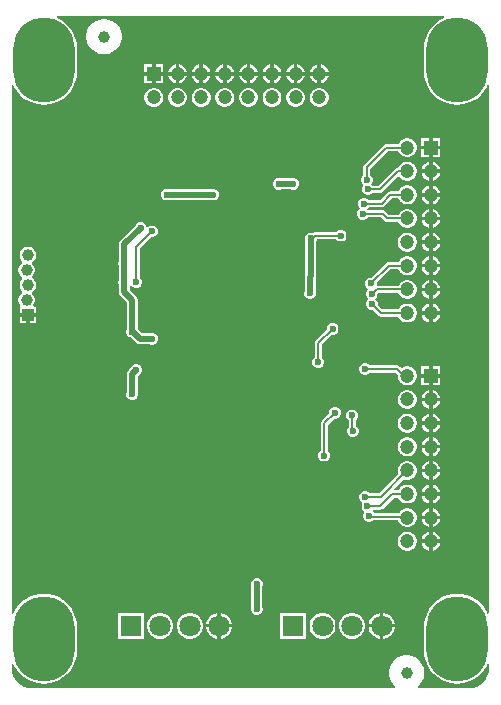
<source format=gbl>
G04*
G04 #@! TF.GenerationSoftware,Altium Limited,Altium Designer,21.8.1 (53)*
G04*
G04 Layer_Physical_Order=2*
G04 Layer_Color=16711680*
%FSLAX44Y44*%
%MOMM*%
G71*
G04*
G04 #@! TF.SameCoordinates,996D42DF-EE5A-41D5-9054-6BF74EEE028F*
G04*
G04*
G04 #@! TF.FilePolarity,Positive*
G04*
G01*
G75*
%ADD11C,0.2000*%
%ADD50R,1.0000X1.0000*%
%ADD59C,0.5000*%
%ADD62C,0.6000*%
%ADD63C,1.0000*%
%ADD64O,5.2000X7.2000*%
%ADD65C,1.2000*%
%ADD66R,1.2000X1.2000*%
%ADD67C,1.8000*%
%ADD68R,1.8000X1.8000*%
%ADD69R,1.2000X1.2000*%
G36*
X338808Y515671D02*
X337249Y515025D01*
X333491Y512723D01*
X330140Y509860D01*
X327277Y506509D01*
X324975Y502751D01*
X323288Y498679D01*
X322259Y494394D01*
X321913Y490000D01*
Y470000D01*
X322259Y465606D01*
X323288Y461321D01*
X324975Y457249D01*
X327277Y453491D01*
X330140Y450140D01*
X333491Y447277D01*
X337249Y444975D01*
X341321Y443288D01*
X345606Y442259D01*
X350000Y441913D01*
X354394Y442259D01*
X358679Y443288D01*
X362751Y444975D01*
X366509Y447277D01*
X369860Y450140D01*
X372723Y453491D01*
X375025Y457249D01*
X375671Y458808D01*
X376941Y458556D01*
Y11444D01*
X375671Y11192D01*
X375025Y12751D01*
X372723Y16509D01*
X369860Y19860D01*
X366509Y22722D01*
X362751Y25025D01*
X358679Y26712D01*
X354394Y27741D01*
X350000Y28087D01*
X345606Y27741D01*
X341321Y26712D01*
X337249Y25025D01*
X333491Y22722D01*
X330140Y19860D01*
X327277Y16509D01*
X324975Y12751D01*
X323288Y8679D01*
X322259Y4394D01*
X321913Y0D01*
Y-20000D01*
X322259Y-24394D01*
X323288Y-28679D01*
X324975Y-32751D01*
X327277Y-36509D01*
X330140Y-39860D01*
X333491Y-42723D01*
X337249Y-45025D01*
X341321Y-46712D01*
X345606Y-47741D01*
X350000Y-48087D01*
X354394Y-47741D01*
X358679Y-46712D01*
X362751Y-45025D01*
X366509Y-42723D01*
X369860Y-39860D01*
X372723Y-36509D01*
X375025Y-32751D01*
X375671Y-31192D01*
X376941Y-31444D01*
Y-33738D01*
X376941Y-35000D01*
X376834Y-36226D01*
X376629Y-38308D01*
X375664Y-41488D01*
X374097Y-44419D01*
X371989Y-46989D01*
X369420Y-49097D01*
X366488Y-50664D01*
X363308Y-51629D01*
X360045Y-51950D01*
X360000Y-51941D01*
X317069D01*
X316700Y-50726D01*
X316812Y-50651D01*
X318901Y-48562D01*
X320543Y-46105D01*
X321674Y-43375D01*
X322250Y-40477D01*
Y-37523D01*
X321674Y-34625D01*
X320543Y-31895D01*
X318901Y-29438D01*
X316812Y-27349D01*
X314355Y-25707D01*
X311625Y-24576D01*
X308727Y-24000D01*
X305773D01*
X302875Y-24576D01*
X300145Y-25707D01*
X297688Y-27349D01*
X295599Y-29438D01*
X293957Y-31895D01*
X292826Y-34625D01*
X292250Y-37523D01*
Y-40477D01*
X292826Y-43375D01*
X293957Y-46105D01*
X295599Y-48562D01*
X297688Y-50651D01*
X297800Y-50726D01*
X297431Y-51941D01*
X-8735D01*
X-8752Y-51941D01*
X-10000Y-51941D01*
X-11226Y-51834D01*
X-13308Y-51629D01*
X-16488Y-50664D01*
X-19419Y-49097D01*
X-21989Y-46989D01*
X-24097Y-44419D01*
X-25664Y-41488D01*
X-26629Y-38308D01*
X-26950Y-35045D01*
X-26941Y-35000D01*
Y-31444D01*
X-25671Y-31192D01*
X-25025Y-32751D01*
X-22722Y-36509D01*
X-19860Y-39860D01*
X-16509Y-42723D01*
X-12751Y-45025D01*
X-8679Y-46712D01*
X-4394Y-47741D01*
X0Y-48087D01*
X4394Y-47741D01*
X8679Y-46712D01*
X12751Y-45025D01*
X16509Y-42723D01*
X19860Y-39860D01*
X22722Y-36509D01*
X25025Y-32751D01*
X26712Y-28679D01*
X27741Y-24394D01*
X28087Y-20000D01*
Y0D01*
X27741Y4394D01*
X26712Y8679D01*
X25025Y12751D01*
X22722Y16509D01*
X19860Y19860D01*
X16509Y22722D01*
X12751Y25025D01*
X8679Y26712D01*
X4394Y27741D01*
X0Y28087D01*
X-4394Y27741D01*
X-8679Y26712D01*
X-12751Y25025D01*
X-16509Y22722D01*
X-19860Y19860D01*
X-22722Y16509D01*
X-25025Y12751D01*
X-25671Y11192D01*
X-26941Y11444D01*
X-26941Y458556D01*
X-25671Y458808D01*
X-25025Y457249D01*
X-22722Y453491D01*
X-19860Y450140D01*
X-16509Y447277D01*
X-12751Y444975D01*
X-8679Y443288D01*
X-4394Y442259D01*
X0Y441913D01*
X4394Y442259D01*
X8679Y443288D01*
X12751Y444975D01*
X16509Y447277D01*
X19860Y450140D01*
X22722Y453491D01*
X25025Y457249D01*
X26712Y461321D01*
X27741Y465606D01*
X28087Y470000D01*
Y490000D01*
X27741Y494394D01*
X26712Y498679D01*
X25025Y502751D01*
X22722Y506509D01*
X19860Y509860D01*
X16509Y512723D01*
X12751Y515025D01*
X11192Y515671D01*
X11444Y516941D01*
X338556D01*
X338808Y515671D01*
D02*
G37*
%LPC*%
G36*
X52477Y514750D02*
X49523D01*
X46625Y514174D01*
X43895Y513043D01*
X41438Y511401D01*
X39349Y509312D01*
X37707Y506855D01*
X36576Y504125D01*
X36000Y501227D01*
Y498273D01*
X36576Y495375D01*
X37707Y492645D01*
X39349Y490188D01*
X41438Y488099D01*
X43895Y486457D01*
X46625Y485326D01*
X49523Y484750D01*
X52477D01*
X55375Y485326D01*
X58105Y486457D01*
X60562Y488099D01*
X62651Y490188D01*
X64293Y492645D01*
X65423Y495375D01*
X66000Y498273D01*
Y501227D01*
X65423Y504125D01*
X64293Y506855D01*
X62651Y509312D01*
X60562Y511401D01*
X58105Y513043D01*
X55375Y514174D01*
X52477Y514750D01*
D02*
G37*
G36*
X234750Y476130D02*
Y469750D01*
X241130D01*
X240705Y471338D01*
X239652Y473162D01*
X238162Y474652D01*
X236338Y475705D01*
X234750Y476130D01*
D02*
G37*
G36*
X231750D02*
X230162Y475705D01*
X228338Y474652D01*
X226848Y473162D01*
X225795Y471338D01*
X225370Y469750D01*
X231750D01*
Y476130D01*
D02*
G37*
G36*
X214750D02*
Y469750D01*
X221130D01*
X220705Y471338D01*
X219652Y473162D01*
X218162Y474652D01*
X216338Y475705D01*
X214750Y476130D01*
D02*
G37*
G36*
X211750D02*
X210162Y475705D01*
X208338Y474652D01*
X206848Y473162D01*
X205795Y471338D01*
X205370Y469750D01*
X211750D01*
Y476130D01*
D02*
G37*
G36*
X194750D02*
Y469750D01*
X201130D01*
X200705Y471338D01*
X199652Y473162D01*
X198162Y474652D01*
X196338Y475705D01*
X194750Y476130D01*
D02*
G37*
G36*
X191750D02*
X190162Y475705D01*
X188338Y474652D01*
X186848Y473162D01*
X185795Y471338D01*
X185370Y469750D01*
X191750D01*
Y476130D01*
D02*
G37*
G36*
X174750D02*
Y469750D01*
X181130D01*
X180705Y471338D01*
X179652Y473162D01*
X178162Y474652D01*
X176338Y475705D01*
X174750Y476130D01*
D02*
G37*
G36*
X171750D02*
X170162Y475705D01*
X168338Y474652D01*
X166848Y473162D01*
X165795Y471338D01*
X165370Y469750D01*
X171750D01*
Y476130D01*
D02*
G37*
G36*
X154750D02*
Y469750D01*
X161130D01*
X160705Y471338D01*
X159652Y473162D01*
X158162Y474652D01*
X156338Y475705D01*
X154750Y476130D01*
D02*
G37*
G36*
X151750D02*
X150162Y475705D01*
X148338Y474652D01*
X146848Y473162D01*
X145795Y471338D01*
X145370Y469750D01*
X151750D01*
Y476130D01*
D02*
G37*
G36*
X134750D02*
Y469750D01*
X141130D01*
X140705Y471338D01*
X139652Y473162D01*
X138162Y474652D01*
X136338Y475705D01*
X134750Y476130D01*
D02*
G37*
G36*
X131750D02*
X130162Y475705D01*
X128338Y474652D01*
X126848Y473162D01*
X125795Y471338D01*
X125370Y469750D01*
X131750D01*
Y476130D01*
D02*
G37*
G36*
X114750D02*
Y469750D01*
X121130D01*
X120705Y471338D01*
X119652Y473162D01*
X118162Y474652D01*
X116338Y475705D01*
X114750Y476130D01*
D02*
G37*
G36*
X111750D02*
X110162Y475705D01*
X108338Y474652D01*
X106848Y473162D01*
X105795Y471338D01*
X105370Y469750D01*
X111750D01*
Y476130D01*
D02*
G37*
G36*
X101250Y476250D02*
X94750D01*
Y469750D01*
X101250D01*
Y476250D01*
D02*
G37*
G36*
X91750D02*
X85250D01*
Y469750D01*
X91750D01*
Y476250D01*
D02*
G37*
G36*
X241130Y466750D02*
X234750D01*
Y460370D01*
X236338Y460795D01*
X238162Y461848D01*
X239652Y463338D01*
X240705Y465162D01*
X241130Y466750D01*
D02*
G37*
G36*
X231750D02*
X225370D01*
X225795Y465162D01*
X226848Y463338D01*
X228338Y461848D01*
X230162Y460795D01*
X231750Y460370D01*
Y466750D01*
D02*
G37*
G36*
X221130D02*
X214750D01*
Y460370D01*
X216338Y460795D01*
X218162Y461848D01*
X219652Y463338D01*
X220705Y465162D01*
X221130Y466750D01*
D02*
G37*
G36*
X211750D02*
X205370D01*
X205795Y465162D01*
X206848Y463338D01*
X208338Y461848D01*
X210162Y460795D01*
X211750Y460370D01*
Y466750D01*
D02*
G37*
G36*
X201130D02*
X194750D01*
Y460370D01*
X196338Y460795D01*
X198162Y461848D01*
X199652Y463338D01*
X200705Y465162D01*
X201130Y466750D01*
D02*
G37*
G36*
X191750D02*
X185370D01*
X185795Y465162D01*
X186848Y463338D01*
X188338Y461848D01*
X190162Y460795D01*
X191750Y460370D01*
Y466750D01*
D02*
G37*
G36*
X181130D02*
X174750D01*
Y460370D01*
X176338Y460795D01*
X178162Y461848D01*
X179652Y463338D01*
X180705Y465162D01*
X181130Y466750D01*
D02*
G37*
G36*
X171750D02*
X165370D01*
X165795Y465162D01*
X166848Y463338D01*
X168338Y461848D01*
X170162Y460795D01*
X171750Y460370D01*
Y466750D01*
D02*
G37*
G36*
X161130D02*
X154750D01*
Y460370D01*
X156338Y460795D01*
X158162Y461848D01*
X159652Y463338D01*
X160705Y465162D01*
X161130Y466750D01*
D02*
G37*
G36*
X151750D02*
X145370D01*
X145795Y465162D01*
X146848Y463338D01*
X148338Y461848D01*
X150162Y460795D01*
X151750Y460370D01*
Y466750D01*
D02*
G37*
G36*
X141130D02*
X134750D01*
Y460370D01*
X136338Y460795D01*
X138162Y461848D01*
X139652Y463338D01*
X140705Y465162D01*
X141130Y466750D01*
D02*
G37*
G36*
X131750D02*
X125370D01*
X125795Y465162D01*
X126848Y463338D01*
X128338Y461848D01*
X130162Y460795D01*
X131750Y460370D01*
Y466750D01*
D02*
G37*
G36*
X121130D02*
X114750D01*
Y460370D01*
X116338Y460795D01*
X118162Y461848D01*
X119652Y463338D01*
X120705Y465162D01*
X121130Y466750D01*
D02*
G37*
G36*
X111750D02*
X105370D01*
X105795Y465162D01*
X106848Y463338D01*
X108338Y461848D01*
X110162Y460795D01*
X111750Y460370D01*
Y466750D01*
D02*
G37*
G36*
X101250D02*
X94750D01*
Y460250D01*
X101250D01*
Y466750D01*
D02*
G37*
G36*
X91750D02*
X85250D01*
Y460250D01*
X91750D01*
Y466750D01*
D02*
G37*
G36*
X234303Y456250D02*
X232197D01*
X230162Y455705D01*
X228338Y454652D01*
X226848Y453162D01*
X225795Y451338D01*
X225250Y449303D01*
Y447197D01*
X225795Y445162D01*
X226848Y443338D01*
X228338Y441848D01*
X230162Y440795D01*
X232197Y440250D01*
X234303D01*
X236338Y440795D01*
X238162Y441848D01*
X239652Y443338D01*
X240705Y445162D01*
X241250Y447197D01*
Y449303D01*
X240705Y451338D01*
X239652Y453162D01*
X238162Y454652D01*
X236338Y455705D01*
X234303Y456250D01*
D02*
G37*
G36*
X214303D02*
X212197D01*
X210162Y455705D01*
X208338Y454652D01*
X206848Y453162D01*
X205795Y451338D01*
X205250Y449303D01*
Y447197D01*
X205795Y445162D01*
X206848Y443338D01*
X208338Y441848D01*
X210162Y440795D01*
X212197Y440250D01*
X214303D01*
X216338Y440795D01*
X218162Y441848D01*
X219652Y443338D01*
X220705Y445162D01*
X221250Y447197D01*
Y449303D01*
X220705Y451338D01*
X219652Y453162D01*
X218162Y454652D01*
X216338Y455705D01*
X214303Y456250D01*
D02*
G37*
G36*
X194303D02*
X192197D01*
X190162Y455705D01*
X188338Y454652D01*
X186848Y453162D01*
X185795Y451338D01*
X185250Y449303D01*
Y447197D01*
X185795Y445162D01*
X186848Y443338D01*
X188338Y441848D01*
X190162Y440795D01*
X192197Y440250D01*
X194303D01*
X196338Y440795D01*
X198162Y441848D01*
X199652Y443338D01*
X200705Y445162D01*
X201250Y447197D01*
Y449303D01*
X200705Y451338D01*
X199652Y453162D01*
X198162Y454652D01*
X196338Y455705D01*
X194303Y456250D01*
D02*
G37*
G36*
X174303D02*
X172197D01*
X170162Y455705D01*
X168338Y454652D01*
X166848Y453162D01*
X165795Y451338D01*
X165250Y449303D01*
Y447197D01*
X165795Y445162D01*
X166848Y443338D01*
X168338Y441848D01*
X170162Y440795D01*
X172197Y440250D01*
X174303D01*
X176338Y440795D01*
X178162Y441848D01*
X179652Y443338D01*
X180705Y445162D01*
X181250Y447197D01*
Y449303D01*
X180705Y451338D01*
X179652Y453162D01*
X178162Y454652D01*
X176338Y455705D01*
X174303Y456250D01*
D02*
G37*
G36*
X154303D02*
X152197D01*
X150162Y455705D01*
X148338Y454652D01*
X146848Y453162D01*
X145795Y451338D01*
X145250Y449303D01*
Y447197D01*
X145795Y445162D01*
X146848Y443338D01*
X148338Y441848D01*
X150162Y440795D01*
X152197Y440250D01*
X154303D01*
X156338Y440795D01*
X158162Y441848D01*
X159652Y443338D01*
X160705Y445162D01*
X161250Y447197D01*
Y449303D01*
X160705Y451338D01*
X159652Y453162D01*
X158162Y454652D01*
X156338Y455705D01*
X154303Y456250D01*
D02*
G37*
G36*
X134303D02*
X132197D01*
X130162Y455705D01*
X128338Y454652D01*
X126848Y453162D01*
X125795Y451338D01*
X125250Y449303D01*
Y447197D01*
X125795Y445162D01*
X126848Y443338D01*
X128338Y441848D01*
X130162Y440795D01*
X132197Y440250D01*
X134303D01*
X136338Y440795D01*
X138162Y441848D01*
X139652Y443338D01*
X140705Y445162D01*
X141250Y447197D01*
Y449303D01*
X140705Y451338D01*
X139652Y453162D01*
X138162Y454652D01*
X136338Y455705D01*
X134303Y456250D01*
D02*
G37*
G36*
X114303D02*
X112197D01*
X110162Y455705D01*
X108338Y454652D01*
X106848Y453162D01*
X105795Y451338D01*
X105250Y449303D01*
Y447197D01*
X105795Y445162D01*
X106848Y443338D01*
X108338Y441848D01*
X110162Y440795D01*
X112197Y440250D01*
X114303D01*
X116338Y440795D01*
X118162Y441848D01*
X119652Y443338D01*
X120705Y445162D01*
X121250Y447197D01*
Y449303D01*
X120705Y451338D01*
X119652Y453162D01*
X118162Y454652D01*
X116338Y455705D01*
X114303Y456250D01*
D02*
G37*
G36*
X94303D02*
X92197D01*
X90162Y455705D01*
X88338Y454652D01*
X86848Y453162D01*
X85795Y451338D01*
X85250Y449303D01*
Y447197D01*
X85795Y445162D01*
X86848Y443338D01*
X88338Y441848D01*
X90162Y440795D01*
X92197Y440250D01*
X94303D01*
X96338Y440795D01*
X98162Y441848D01*
X99652Y443338D01*
X100705Y445162D01*
X101250Y447197D01*
Y449303D01*
X100705Y451338D01*
X99652Y453162D01*
X98162Y454652D01*
X96338Y455705D01*
X94303Y456250D01*
D02*
G37*
G36*
X335750Y413750D02*
X329250D01*
Y407250D01*
X335750D01*
Y413750D01*
D02*
G37*
G36*
X326250D02*
X319750D01*
Y407250D01*
X326250D01*
Y413750D01*
D02*
G37*
G36*
X335750Y404250D02*
X329250D01*
Y397750D01*
X335750D01*
Y404250D01*
D02*
G37*
G36*
X326250D02*
X319750D01*
Y397750D01*
X326250D01*
Y404250D01*
D02*
G37*
G36*
X308803Y413750D02*
X306697D01*
X304662Y413205D01*
X302838Y412151D01*
X301348Y410662D01*
X300295Y408838D01*
X300271Y408748D01*
X289940D01*
X288769Y408516D01*
X287777Y407853D01*
X271244Y391320D01*
X270581Y390327D01*
X270348Y389157D01*
X270348Y389157D01*
Y382437D01*
X269168Y381257D01*
X268407Y379420D01*
Y377430D01*
X269168Y375593D01*
X270575Y374186D01*
X270123Y372999D01*
X269500Y371495D01*
Y369505D01*
X270261Y367668D01*
X271668Y366261D01*
X273505Y365500D01*
X275495D01*
X277332Y366261D01*
X278512Y367441D01*
X284500D01*
X284500Y367441D01*
X285671Y367674D01*
X286663Y368337D01*
X299811Y381485D01*
X301070Y381320D01*
X301348Y380838D01*
X302838Y379348D01*
X304662Y378295D01*
X306697Y377750D01*
X308803D01*
X310838Y378295D01*
X312662Y379348D01*
X314152Y380838D01*
X315205Y382662D01*
X315750Y384697D01*
Y386803D01*
X315205Y388838D01*
X314152Y390662D01*
X312662Y392151D01*
X310838Y393205D01*
X308803Y393750D01*
X306697D01*
X304662Y393205D01*
X302838Y392151D01*
X301348Y390662D01*
X300295Y388838D01*
X300287Y388809D01*
X299750D01*
X298579Y388576D01*
X297587Y387913D01*
X283233Y373559D01*
X278512D01*
X277332Y374739D01*
X277784Y375926D01*
X278407Y377430D01*
Y379420D01*
X277646Y381257D01*
X276466Y382437D01*
Y387890D01*
X291207Y402631D01*
X300313D01*
X301348Y400838D01*
X302838Y399348D01*
X304662Y398295D01*
X306697Y397750D01*
X308803D01*
X310838Y398295D01*
X312662Y399348D01*
X314152Y400838D01*
X315205Y402662D01*
X315750Y404697D01*
Y406803D01*
X315205Y408838D01*
X314152Y410662D01*
X312662Y412151D01*
X310838Y413205D01*
X308803Y413750D01*
D02*
G37*
G36*
X329250Y393630D02*
Y387250D01*
X335630D01*
X335205Y388838D01*
X334152Y390662D01*
X332662Y392151D01*
X330838Y393205D01*
X329250Y393630D01*
D02*
G37*
G36*
X326250Y393630D02*
X324662Y393205D01*
X322838Y392151D01*
X321348Y390662D01*
X320295Y388838D01*
X319870Y387250D01*
X326250D01*
Y393630D01*
D02*
G37*
G36*
X212245Y380250D02*
X210255D01*
X208959Y379713D01*
X200437D01*
X199745Y380000D01*
X197755D01*
X195918Y379239D01*
X194511Y377832D01*
X193750Y375995D01*
Y374005D01*
X194511Y372168D01*
X195918Y370761D01*
X197755Y370000D01*
X199745D01*
X201041Y370537D01*
X209563D01*
X210255Y370250D01*
X212245D01*
X214082Y371011D01*
X215489Y372418D01*
X216250Y374255D01*
Y376245D01*
X215489Y378082D01*
X214082Y379489D01*
X212245Y380250D01*
D02*
G37*
G36*
X335630Y384250D02*
X329250D01*
Y377870D01*
X330838Y378295D01*
X332662Y379348D01*
X334152Y380838D01*
X335205Y382662D01*
X335630Y384250D01*
D02*
G37*
G36*
X326250D02*
X319870D01*
X320295Y382662D01*
X321348Y380838D01*
X322838Y379348D01*
X324662Y378295D01*
X326250Y377870D01*
Y384250D01*
D02*
G37*
G36*
X143995Y371000D02*
X142005D01*
X141011Y370588D01*
X105989D01*
X104995Y371000D01*
X103005D01*
X101168Y370239D01*
X99761Y368832D01*
X99000Y366995D01*
Y365005D01*
X99761Y363168D01*
X101168Y361761D01*
X103005Y361000D01*
X104995D01*
X105989Y361412D01*
X141011D01*
X142005Y361000D01*
X143995D01*
X145832Y361761D01*
X147239Y363168D01*
X148000Y365005D01*
Y366995D01*
X147239Y368832D01*
X145832Y370239D01*
X143995Y371000D01*
D02*
G37*
G36*
X329250Y373630D02*
Y367250D01*
X335630D01*
X335205Y368838D01*
X334152Y370662D01*
X332662Y372151D01*
X330838Y373205D01*
X329250Y373630D01*
D02*
G37*
G36*
X326250Y373630D02*
X324662Y373205D01*
X322838Y372151D01*
X321348Y370662D01*
X320295Y368838D01*
X319870Y367250D01*
X326250D01*
Y373630D01*
D02*
G37*
G36*
X308803Y373750D02*
X306697D01*
X304662Y373205D01*
X302838Y372151D01*
X301348Y370662D01*
X300295Y368838D01*
X300287Y368809D01*
X293500D01*
X292329Y368576D01*
X291337Y367913D01*
X284733Y361309D01*
X275012D01*
X273832Y362489D01*
X271995Y363250D01*
X270005D01*
X268168Y362489D01*
X266761Y361082D01*
X266000Y359245D01*
Y357255D01*
X266761Y355418D01*
X267421Y354758D01*
X267268Y353989D01*
X265861Y352582D01*
X265100Y350745D01*
Y348755D01*
X265861Y346918D01*
X267268Y345511D01*
X269105Y344750D01*
X271095D01*
X272932Y345511D01*
X274112Y346691D01*
X285604D01*
X288708Y343587D01*
X288708Y343587D01*
X289700Y342924D01*
X290871Y342691D01*
X300287D01*
X300295Y342662D01*
X301348Y340838D01*
X302838Y339348D01*
X304662Y338295D01*
X306697Y337750D01*
X308803D01*
X310838Y338295D01*
X312662Y339348D01*
X314152Y340838D01*
X315205Y342662D01*
X315750Y344697D01*
Y346803D01*
X315205Y348838D01*
X314152Y350662D01*
X312662Y352151D01*
X310838Y353205D01*
X308803Y353750D01*
X306697D01*
X304662Y353205D01*
X302838Y352151D01*
X301348Y350662D01*
X300295Y348838D01*
X300287Y348809D01*
X292138D01*
X289034Y351913D01*
X288041Y352576D01*
X286871Y352809D01*
X286871Y352809D01*
X274801D01*
X273822Y353958D01*
X273832Y354011D01*
X275012Y355191D01*
X286000D01*
X286000Y355191D01*
X287170Y355424D01*
X288163Y356087D01*
X294767Y362691D01*
X300287D01*
X300295Y362662D01*
X301348Y360838D01*
X302838Y359348D01*
X304662Y358295D01*
X306697Y357750D01*
X308803D01*
X310838Y358295D01*
X312662Y359348D01*
X314152Y360838D01*
X315205Y362662D01*
X315750Y364697D01*
Y366803D01*
X315205Y368838D01*
X314152Y370662D01*
X312662Y372151D01*
X310838Y373205D01*
X308803Y373750D01*
D02*
G37*
G36*
X335630Y364250D02*
X329250D01*
Y357870D01*
X330838Y358295D01*
X332662Y359348D01*
X334152Y360838D01*
X335205Y362662D01*
X335630Y364250D01*
D02*
G37*
G36*
X326250D02*
X319870D01*
X320295Y362662D01*
X321348Y360838D01*
X322838Y359348D01*
X324662Y358295D01*
X326250Y357870D01*
Y364250D01*
D02*
G37*
G36*
X329250Y353630D02*
Y347250D01*
X335630D01*
X335205Y348838D01*
X334152Y350662D01*
X332662Y352151D01*
X330838Y353205D01*
X329250Y353630D01*
D02*
G37*
G36*
X326250D02*
X324662Y353205D01*
X322838Y352151D01*
X321348Y350662D01*
X320295Y348838D01*
X319870Y347250D01*
X326250D01*
Y353630D01*
D02*
G37*
G36*
X335630Y344250D02*
X329250D01*
Y337870D01*
X330838Y338295D01*
X332662Y339348D01*
X334152Y340838D01*
X335205Y342662D01*
X335630Y344250D01*
D02*
G37*
G36*
X326250D02*
X319870D01*
X320295Y342662D01*
X321348Y340838D01*
X322838Y339348D01*
X324662Y338295D01*
X326250Y337870D01*
Y344250D01*
D02*
G37*
G36*
X252237Y336257D02*
X250248D01*
X248410Y335496D01*
X247230Y334316D01*
X229698D01*
X229698Y334316D01*
X228527Y334083D01*
X227767Y333575D01*
X227174Y333821D01*
X225184D01*
X223347Y333060D01*
X221940Y331653D01*
X221179Y329816D01*
Y327826D01*
X221591Y326832D01*
Y298805D01*
X221261Y298312D01*
X220912Y296556D01*
Y284239D01*
X220500Y283245D01*
Y281255D01*
X221261Y279418D01*
X222668Y278011D01*
X224505Y277250D01*
X226495D01*
X228332Y278011D01*
X229739Y279418D01*
X230500Y281255D01*
Y283245D01*
X230088Y284239D01*
Y294986D01*
X230418Y295479D01*
X230767Y297235D01*
Y326832D01*
X231179Y327826D01*
Y328199D01*
X247230D01*
X248410Y327019D01*
X250248Y326257D01*
X252237D01*
X254075Y327019D01*
X255481Y328425D01*
X256243Y330263D01*
Y332252D01*
X255481Y334090D01*
X254075Y335496D01*
X252237Y336257D01*
D02*
G37*
G36*
X329250Y333630D02*
Y327250D01*
X335630D01*
X335205Y328838D01*
X334152Y330662D01*
X332662Y332152D01*
X330838Y333205D01*
X329250Y333630D01*
D02*
G37*
G36*
X326250Y333630D02*
X324662Y333205D01*
X322838Y332152D01*
X321348Y330662D01*
X320295Y328838D01*
X319870Y327250D01*
X326250D01*
Y333630D01*
D02*
G37*
G36*
X335630Y324250D02*
X329250D01*
Y317870D01*
X330838Y318295D01*
X332662Y319348D01*
X334152Y320838D01*
X335205Y322662D01*
X335630Y324250D01*
D02*
G37*
G36*
X326250D02*
X319870D01*
X320295Y322662D01*
X321348Y320838D01*
X322838Y319348D01*
X324662Y318295D01*
X326250Y317870D01*
Y324250D01*
D02*
G37*
G36*
X308803Y333750D02*
X306697D01*
X304662Y333205D01*
X302838Y332152D01*
X301348Y330662D01*
X300295Y328838D01*
X299750Y326803D01*
Y324697D01*
X300295Y322662D01*
X301348Y320838D01*
X302838Y319348D01*
X304662Y318295D01*
X306697Y317750D01*
X308803D01*
X310838Y318295D01*
X312662Y319348D01*
X314152Y320838D01*
X315205Y322662D01*
X315750Y324697D01*
Y326803D01*
X315205Y328838D01*
X314152Y330662D01*
X312662Y332152D01*
X310838Y333205D01*
X308803Y333750D01*
D02*
G37*
G36*
X329250Y313630D02*
Y307250D01*
X335630D01*
X335205Y308838D01*
X334152Y310662D01*
X332662Y312152D01*
X330838Y313205D01*
X329250Y313630D01*
D02*
G37*
G36*
X326250Y313630D02*
X324662Y313205D01*
X322838Y312152D01*
X321348Y310662D01*
X320295Y308838D01*
X319870Y307250D01*
X326250D01*
Y313630D01*
D02*
G37*
G36*
X335630Y304250D02*
X329250D01*
Y297870D01*
X330838Y298295D01*
X332662Y299348D01*
X334152Y300838D01*
X335205Y302662D01*
X335630Y304250D01*
D02*
G37*
G36*
X326250D02*
X319870D01*
X320295Y302662D01*
X321348Y300838D01*
X322838Y299348D01*
X324662Y298295D01*
X326250Y297870D01*
Y304250D01*
D02*
G37*
G36*
X308803Y313750D02*
X306697D01*
X304662Y313205D01*
X302838Y312152D01*
X301348Y310662D01*
X300295Y308838D01*
X300287Y308809D01*
X292250D01*
X291080Y308576D01*
X290087Y307913D01*
X290087Y307913D01*
X277924Y295750D01*
X276255D01*
X274418Y294989D01*
X273011Y293582D01*
X272250Y291745D01*
Y289755D01*
X273011Y287918D01*
X273974Y286955D01*
X274376Y286395D01*
X273992Y285313D01*
X273261Y284582D01*
X272500Y282745D01*
Y280755D01*
X273261Y278918D01*
X274668Y277511D01*
X274713Y277284D01*
X273511Y276082D01*
X272750Y274245D01*
Y272255D01*
X273511Y270418D01*
X274918Y269011D01*
X276755Y268250D01*
X278424D01*
X283087Y263587D01*
X284079Y262924D01*
X285250Y262691D01*
X285250Y262691D01*
X300287D01*
X300295Y262662D01*
X301348Y260838D01*
X302838Y259348D01*
X304662Y258295D01*
X306697Y257750D01*
X308803D01*
X310838Y258295D01*
X312662Y259348D01*
X314152Y260838D01*
X315205Y262662D01*
X315750Y264697D01*
Y266803D01*
X315205Y268838D01*
X314152Y270662D01*
X312662Y272152D01*
X310838Y273205D01*
X308803Y273750D01*
X306697D01*
X304662Y273205D01*
X302838Y272152D01*
X301348Y270662D01*
X300295Y268838D01*
X300287Y268809D01*
X286517D01*
X282750Y272576D01*
Y274245D01*
X281989Y276082D01*
X280582Y277489D01*
X280537Y277716D01*
X281739Y278918D01*
X282500Y280755D01*
Y281939D01*
X283252Y282691D01*
X300287D01*
X300295Y282662D01*
X301348Y280838D01*
X302838Y279348D01*
X304662Y278295D01*
X306697Y277750D01*
X308803D01*
X310838Y278295D01*
X312662Y279348D01*
X314152Y280838D01*
X315205Y282662D01*
X315750Y284697D01*
Y286803D01*
X315205Y288838D01*
X314152Y290662D01*
X312662Y292152D01*
X310838Y293205D01*
X308803Y293750D01*
X306697D01*
X304662Y293205D01*
X302838Y292152D01*
X301348Y290662D01*
X300295Y288838D01*
X300287Y288809D01*
X283232D01*
X282250Y289755D01*
Y291424D01*
X293517Y302691D01*
X300287D01*
X300295Y302662D01*
X301348Y300838D01*
X302838Y299348D01*
X304662Y298295D01*
X306697Y297750D01*
X308803D01*
X310838Y298295D01*
X312662Y299348D01*
X314152Y300838D01*
X315205Y302662D01*
X315750Y304697D01*
Y306803D01*
X315205Y308838D01*
X314152Y310662D01*
X312662Y312152D01*
X310838Y313205D01*
X308803Y313750D01*
D02*
G37*
G36*
X329250Y293630D02*
Y287250D01*
X335630D01*
X335205Y288838D01*
X334152Y290662D01*
X332662Y292152D01*
X330838Y293205D01*
X329250Y293630D01*
D02*
G37*
G36*
X326250Y293630D02*
X324662Y293205D01*
X322838Y292152D01*
X321348Y290662D01*
X320295Y288838D01*
X319870Y287250D01*
X326250D01*
Y293630D01*
D02*
G37*
G36*
X82995Y342500D02*
X81005D01*
X79168Y341739D01*
X77761Y340332D01*
X77349Y339338D01*
X65006Y326994D01*
X64011Y325506D01*
X63662Y323750D01*
Y309989D01*
X63250Y308995D01*
Y307006D01*
X63662Y306011D01*
Y293989D01*
X63250Y292995D01*
Y291005D01*
X63662Y290011D01*
Y283250D01*
X64011Y281494D01*
X65006Y280006D01*
X70412Y274599D01*
Y251989D01*
X70000Y250995D01*
Y249005D01*
X70761Y247168D01*
X72168Y245761D01*
X73624Y245158D01*
X78006Y240776D01*
X79494Y239782D01*
X81250Y239432D01*
X89711D01*
X90755Y239000D01*
X92745D01*
X94582Y239761D01*
X95989Y241168D01*
X96750Y243005D01*
Y244995D01*
X95989Y246832D01*
X94582Y248239D01*
X92745Y249000D01*
X90755D01*
X89811Y248609D01*
X83151D01*
X79588Y252171D01*
Y276500D01*
X79239Y278256D01*
X78244Y279744D01*
X72838Y285151D01*
Y288431D01*
X73661Y288772D01*
X74108Y288821D01*
X75418Y287511D01*
X77255Y286750D01*
X79245D01*
X81082Y287511D01*
X82489Y288918D01*
X83250Y290755D01*
Y292745D01*
X82489Y294582D01*
X81309Y295762D01*
Y319983D01*
X91076Y329750D01*
X92745D01*
X94582Y330511D01*
X95989Y331918D01*
X96750Y333755D01*
Y335745D01*
X95989Y337582D01*
X94582Y338989D01*
X92745Y339750D01*
X90755D01*
X88918Y338989D01*
X88270Y338341D01*
X87786Y338400D01*
X86891Y338758D01*
X86239Y340332D01*
X84832Y341739D01*
X82995Y342500D01*
D02*
G37*
G36*
X335630Y284250D02*
X329250D01*
Y277870D01*
X330838Y278295D01*
X332662Y279348D01*
X334152Y280838D01*
X335205Y282662D01*
X335630Y284250D01*
D02*
G37*
G36*
X326250D02*
X319870D01*
X320295Y282662D01*
X321348Y280838D01*
X322838Y279348D01*
X324662Y278295D01*
X326250Y277870D01*
Y284250D01*
D02*
G37*
G36*
X329250Y273630D02*
Y267250D01*
X335630D01*
X335205Y268838D01*
X334152Y270662D01*
X332662Y272152D01*
X330838Y273205D01*
X329250Y273630D01*
D02*
G37*
G36*
X326250D02*
X324662Y273205D01*
X322838Y272152D01*
X321348Y270662D01*
X320295Y268838D01*
X319870Y267250D01*
X326250D01*
Y273630D01*
D02*
G37*
G36*
X-12579Y321900D02*
X-14422D01*
X-16202Y321423D01*
X-17798Y320501D01*
X-19101Y319198D01*
X-20023Y317602D01*
X-20500Y315821D01*
Y313978D01*
X-20023Y312198D01*
X-19101Y310602D01*
X-18145Y309645D01*
X-18150Y308411D01*
X-18271Y308105D01*
X-18798Y307801D01*
X-20101Y306498D01*
X-21023Y304902D01*
X-21500Y303121D01*
Y301278D01*
X-21023Y299498D01*
X-20101Y297902D01*
X-18798Y296599D01*
X-18271Y296295D01*
X-18150Y295989D01*
X-18145Y294755D01*
X-19101Y293798D01*
X-20023Y292202D01*
X-20500Y290422D01*
Y288578D01*
X-20023Y286798D01*
X-19101Y285202D01*
X-18145Y284245D01*
X-18150Y283011D01*
X-18271Y282705D01*
X-18798Y282401D01*
X-20101Y281098D01*
X-21023Y279502D01*
X-21500Y277722D01*
Y275878D01*
X-21023Y274098D01*
X-20101Y272502D01*
X-19970Y272370D01*
X-20496Y271100D01*
X-20500D01*
Y265600D01*
X-13500D01*
X-6500D01*
Y271100D01*
X-8504D01*
X-9031Y272370D01*
X-8899Y272502D01*
X-7977Y274098D01*
X-7500Y275878D01*
Y277722D01*
X-7977Y279502D01*
X-8899Y281098D01*
X-9855Y282055D01*
X-9850Y283289D01*
X-9729Y283595D01*
X-9202Y283899D01*
X-7899Y285202D01*
X-6977Y286798D01*
X-6500Y288578D01*
Y290422D01*
X-6977Y292202D01*
X-7899Y293798D01*
X-9202Y295101D01*
X-9729Y295405D01*
X-9850Y295711D01*
X-9855Y296945D01*
X-8899Y297902D01*
X-7977Y299498D01*
X-7500Y301278D01*
Y303121D01*
X-7977Y304902D01*
X-8899Y306498D01*
X-9855Y307455D01*
X-9850Y308689D01*
X-9729Y308995D01*
X-9202Y309299D01*
X-7899Y310602D01*
X-6977Y312198D01*
X-6500Y313978D01*
Y315821D01*
X-6977Y317602D01*
X-7899Y319198D01*
X-9202Y320501D01*
X-10798Y321423D01*
X-12579Y321900D01*
D02*
G37*
G36*
X335630Y264250D02*
X329250D01*
Y257870D01*
X330838Y258295D01*
X332662Y259348D01*
X334152Y260838D01*
X335205Y262662D01*
X335630Y264250D01*
D02*
G37*
G36*
X326250D02*
X319870D01*
X320295Y262662D01*
X321348Y260838D01*
X322838Y259348D01*
X324662Y258295D01*
X326250Y257870D01*
Y264250D01*
D02*
G37*
G36*
X-6500Y262600D02*
X-12000D01*
Y257100D01*
X-6500D01*
Y262600D01*
D02*
G37*
G36*
X-15000D02*
X-20500D01*
Y257100D01*
X-15000D01*
Y262600D01*
D02*
G37*
G36*
X245495Y257500D02*
X243505D01*
X241668Y256739D01*
X240261Y255332D01*
X239500Y253494D01*
Y251826D01*
X230337Y242663D01*
X229674Y241670D01*
X229441Y240500D01*
X229441Y240500D01*
Y228012D01*
X228261Y226832D01*
X227500Y224995D01*
Y223006D01*
X228261Y221168D01*
X229668Y219761D01*
X231505Y219000D01*
X233495D01*
X235332Y219761D01*
X236739Y221168D01*
X237500Y223006D01*
Y224995D01*
X236739Y226832D01*
X235559Y228012D01*
Y239233D01*
X243826Y247500D01*
X245495D01*
X247332Y248261D01*
X248739Y249668D01*
X249500Y251505D01*
Y253494D01*
X248739Y255332D01*
X247332Y256739D01*
X245495Y257500D01*
D02*
G37*
G36*
X335750Y220500D02*
X329250D01*
Y214000D01*
X335750D01*
Y220500D01*
D02*
G37*
G36*
X326250D02*
X319750D01*
Y214000D01*
X326250D01*
Y220500D01*
D02*
G37*
G36*
X335750Y211000D02*
X329250D01*
Y204500D01*
X335750D01*
Y211000D01*
D02*
G37*
G36*
X326250D02*
X319750D01*
Y204500D01*
X326250D01*
Y211000D01*
D02*
G37*
G36*
X272995Y223250D02*
X271005D01*
X269168Y222489D01*
X267761Y221082D01*
X267000Y219245D01*
Y217255D01*
X267761Y215418D01*
X269168Y214011D01*
X271005Y213250D01*
X272995D01*
X274832Y214011D01*
X276012Y215191D01*
X298027D01*
X299750Y213468D01*
Y211447D01*
X300295Y209412D01*
X301348Y207588D01*
X302838Y206098D01*
X304662Y205045D01*
X306697Y204500D01*
X308803D01*
X310838Y205045D01*
X312662Y206098D01*
X314152Y207588D01*
X315205Y209412D01*
X315750Y211447D01*
Y213553D01*
X315205Y215588D01*
X314152Y217412D01*
X312662Y218902D01*
X310838Y219955D01*
X308803Y220500D01*
X306697D01*
X304662Y219955D01*
X302920Y218949D01*
X301457Y220413D01*
X300464Y221076D01*
X299294Y221309D01*
X299294Y221309D01*
X276012D01*
X274832Y222489D01*
X272995Y223250D01*
D02*
G37*
G36*
X329250Y200380D02*
Y194000D01*
X335630D01*
X335205Y195588D01*
X334152Y197412D01*
X332662Y198902D01*
X330838Y199955D01*
X329250Y200380D01*
D02*
G37*
G36*
X326250Y200380D02*
X324662Y199955D01*
X322838Y198902D01*
X321348Y197412D01*
X320295Y195588D01*
X319870Y194000D01*
X326250D01*
Y200380D01*
D02*
G37*
G36*
X79245Y222500D02*
X77255D01*
X75418Y221739D01*
X74011Y220332D01*
X73408Y218876D01*
X71756Y217224D01*
X70761Y215735D01*
X70412Y213979D01*
Y198989D01*
X70000Y197995D01*
Y196005D01*
X70761Y194168D01*
X72168Y192761D01*
X74005Y192000D01*
X75995D01*
X77832Y192761D01*
X79239Y194168D01*
X80000Y196005D01*
Y197995D01*
X79588Y198989D01*
Y212079D01*
X80550Y213041D01*
X81082Y213261D01*
X82489Y214668D01*
X83250Y216505D01*
Y218495D01*
X82489Y220332D01*
X81082Y221739D01*
X79245Y222500D01*
D02*
G37*
G36*
X335630Y191000D02*
X329250D01*
Y184620D01*
X330838Y185045D01*
X332662Y186098D01*
X334152Y187588D01*
X335205Y189412D01*
X335630Y191000D01*
D02*
G37*
G36*
X326250D02*
X319870D01*
X320295Y189412D01*
X321348Y187588D01*
X322838Y186098D01*
X324662Y185045D01*
X326250Y184620D01*
Y191000D01*
D02*
G37*
G36*
X308803Y200500D02*
X306697D01*
X304662Y199955D01*
X302838Y198902D01*
X301348Y197412D01*
X300295Y195588D01*
X299750Y193553D01*
Y191447D01*
X300295Y189412D01*
X301348Y187588D01*
X302838Y186098D01*
X304662Y185045D01*
X306697Y184500D01*
X308803D01*
X310838Y185045D01*
X312662Y186098D01*
X314152Y187588D01*
X315205Y189412D01*
X315750Y191447D01*
Y193553D01*
X315205Y195588D01*
X314152Y197412D01*
X312662Y198902D01*
X310838Y199955D01*
X308803Y200500D01*
D02*
G37*
G36*
X329250Y180380D02*
Y174000D01*
X335630D01*
X335205Y175588D01*
X334152Y177412D01*
X332662Y178902D01*
X330838Y179955D01*
X329250Y180380D01*
D02*
G37*
G36*
X326250Y180380D02*
X324662Y179955D01*
X322838Y178902D01*
X321348Y177412D01*
X320295Y175588D01*
X319870Y174000D01*
X326250D01*
Y180380D01*
D02*
G37*
G36*
X335630Y171000D02*
X329250D01*
Y164620D01*
X330838Y165045D01*
X332662Y166098D01*
X334152Y167588D01*
X335205Y169412D01*
X335630Y171000D01*
D02*
G37*
G36*
X326250D02*
X319870D01*
X320295Y169412D01*
X321348Y167588D01*
X322838Y166098D01*
X324662Y165045D01*
X326250Y164620D01*
Y171000D01*
D02*
G37*
G36*
X308803Y180500D02*
X306697D01*
X304662Y179955D01*
X302838Y178902D01*
X301348Y177412D01*
X300295Y175588D01*
X299750Y173553D01*
Y171447D01*
X300295Y169412D01*
X301348Y167588D01*
X302838Y166098D01*
X304662Y165045D01*
X306697Y164500D01*
X308803D01*
X310838Y165045D01*
X312662Y166098D01*
X314152Y167588D01*
X315205Y169412D01*
X315750Y171447D01*
Y173553D01*
X315205Y175588D01*
X314152Y177412D01*
X312662Y178902D01*
X310838Y179955D01*
X308803Y180500D01*
D02*
G37*
G36*
X261995Y184000D02*
X260005D01*
X258168Y183239D01*
X256761Y181832D01*
X256000Y179995D01*
Y178005D01*
X256761Y176168D01*
X258168Y174761D01*
X258191Y174751D01*
Y169512D01*
X257261Y168582D01*
X256500Y166745D01*
Y164755D01*
X257261Y162918D01*
X258668Y161511D01*
X260505Y160750D01*
X262495D01*
X264332Y161511D01*
X265739Y162918D01*
X266500Y164755D01*
Y166745D01*
X265739Y168582D01*
X264332Y169989D01*
X264309Y169998D01*
Y175238D01*
X265239Y176168D01*
X266000Y178005D01*
Y179995D01*
X265239Y181832D01*
X263832Y183239D01*
X261995Y184000D01*
D02*
G37*
G36*
X329250Y160380D02*
Y154000D01*
X335630D01*
X335205Y155588D01*
X334152Y157412D01*
X332662Y158902D01*
X330838Y159955D01*
X329250Y160380D01*
D02*
G37*
G36*
X326250Y160380D02*
X324662Y159955D01*
X322838Y158902D01*
X321348Y157412D01*
X320295Y155588D01*
X319870Y154000D01*
X326250D01*
Y160380D01*
D02*
G37*
G36*
X335630Y151000D02*
X329250D01*
Y144620D01*
X330838Y145045D01*
X332662Y146098D01*
X334152Y147588D01*
X335205Y149412D01*
X335630Y151000D01*
D02*
G37*
G36*
X326250D02*
X319870D01*
X320295Y149412D01*
X321348Y147588D01*
X322838Y146098D01*
X324662Y145045D01*
X326250Y144620D01*
Y151000D01*
D02*
G37*
G36*
X308803Y160500D02*
X306697D01*
X304662Y159955D01*
X302838Y158902D01*
X301348Y157412D01*
X300295Y155588D01*
X299750Y153553D01*
Y151447D01*
X300295Y149412D01*
X301348Y147588D01*
X302838Y146098D01*
X304662Y145045D01*
X306697Y144500D01*
X308803D01*
X310838Y145045D01*
X312662Y146098D01*
X314152Y147588D01*
X315205Y149412D01*
X315750Y151447D01*
Y153553D01*
X315205Y155588D01*
X314152Y157412D01*
X312662Y158902D01*
X310838Y159955D01*
X308803Y160500D01*
D02*
G37*
G36*
X247362Y186368D02*
X245373D01*
X243535Y185606D01*
X242129Y184200D01*
X241368Y182362D01*
Y180693D01*
X235327Y174653D01*
X234664Y173661D01*
X234431Y172490D01*
X234431Y172490D01*
Y149003D01*
X233251Y147823D01*
X232490Y145985D01*
Y143996D01*
X233251Y142158D01*
X234658Y140751D01*
X236496Y139990D01*
X238485D01*
X240323Y140751D01*
X241729Y142158D01*
X242490Y143996D01*
Y145985D01*
X241729Y147823D01*
X240549Y149003D01*
Y171223D01*
X245693Y176368D01*
X247362D01*
X249200Y177129D01*
X250606Y178535D01*
X251368Y180373D01*
Y182362D01*
X250606Y184200D01*
X249200Y185606D01*
X247362Y186368D01*
D02*
G37*
G36*
X329250Y140380D02*
Y134000D01*
X335630D01*
X335205Y135588D01*
X334152Y137412D01*
X332662Y138902D01*
X330838Y139955D01*
X329250Y140380D01*
D02*
G37*
G36*
X326250D02*
X324662Y139955D01*
X322838Y138902D01*
X321348Y137412D01*
X320295Y135588D01*
X319870Y134000D01*
X326250D01*
Y140380D01*
D02*
G37*
G36*
X335630Y131000D02*
X329250D01*
Y124620D01*
X330838Y125045D01*
X332662Y126098D01*
X334152Y127588D01*
X335205Y129412D01*
X335630Y131000D01*
D02*
G37*
G36*
X326250D02*
X319870D01*
X320295Y129412D01*
X321348Y127588D01*
X322838Y126098D01*
X324662Y125045D01*
X326250Y124620D01*
Y131000D01*
D02*
G37*
G36*
X308803Y140500D02*
X306697D01*
X304662Y139955D01*
X302838Y138902D01*
X301348Y137412D01*
X300295Y135588D01*
X299750Y133553D01*
Y131447D01*
X300295Y129412D01*
X300310Y129386D01*
X283983Y113059D01*
X276012D01*
X274832Y114239D01*
X272995Y115000D01*
X271005D01*
X269168Y114239D01*
X267761Y112832D01*
X267000Y110995D01*
Y109005D01*
X267761Y107168D01*
X269168Y105761D01*
X269473Y104260D01*
X269061Y103265D01*
Y101276D01*
X269823Y99438D01*
X271229Y98031D01*
X271259Y97878D01*
X270981Y96759D01*
X270250Y94995D01*
Y93005D01*
X271011Y91168D01*
X272418Y89761D01*
X274255Y89000D01*
X276245D01*
X278082Y89761D01*
X278512Y90191D01*
X300086D01*
X300295Y89412D01*
X301348Y87588D01*
X302838Y86098D01*
X304662Y85045D01*
X306697Y84500D01*
X308803D01*
X310838Y85045D01*
X312662Y86098D01*
X314152Y87588D01*
X315205Y89412D01*
X315750Y91447D01*
Y93553D01*
X315205Y95588D01*
X314152Y97412D01*
X312662Y98902D01*
X310838Y99955D01*
X308803Y100500D01*
X306697D01*
X304662Y99955D01*
X302838Y98902D01*
X301348Y97412D01*
X300711Y96309D01*
X279706D01*
X279489Y96832D01*
X278380Y97941D01*
X278800Y99211D01*
X284979D01*
X284979Y99211D01*
X286149Y99444D01*
X287142Y100107D01*
X296476Y109441D01*
X300287D01*
X300295Y109412D01*
X301348Y107588D01*
X302838Y106098D01*
X304662Y105045D01*
X306697Y104500D01*
X308803D01*
X310838Y105045D01*
X312662Y106098D01*
X314152Y107588D01*
X315205Y109412D01*
X315750Y111447D01*
Y113553D01*
X315205Y115588D01*
X314152Y117412D01*
X312662Y118902D01*
X310838Y119955D01*
X308803Y120500D01*
X306697D01*
X304662Y119955D01*
X302838Y118902D01*
X301348Y117412D01*
X300295Y115588D01*
X300287Y115559D01*
X296931D01*
X296404Y116829D01*
X304636Y125060D01*
X304662Y125045D01*
X306697Y124500D01*
X308803D01*
X310838Y125045D01*
X312662Y126098D01*
X314152Y127588D01*
X315205Y129412D01*
X315750Y131447D01*
Y133553D01*
X315205Y135588D01*
X314152Y137412D01*
X312662Y138902D01*
X310838Y139955D01*
X308803Y140500D01*
D02*
G37*
G36*
X329250Y120380D02*
Y114000D01*
X335630D01*
X335205Y115588D01*
X334152Y117412D01*
X332662Y118902D01*
X330838Y119955D01*
X329250Y120380D01*
D02*
G37*
G36*
X326250D02*
X324662Y119955D01*
X322838Y118902D01*
X321348Y117412D01*
X320295Y115588D01*
X319870Y114000D01*
X326250D01*
Y120380D01*
D02*
G37*
G36*
X335630Y111000D02*
X329250D01*
Y104620D01*
X330838Y105045D01*
X332662Y106098D01*
X334152Y107588D01*
X335205Y109412D01*
X335630Y111000D01*
D02*
G37*
G36*
X326250D02*
X319870D01*
X320295Y109412D01*
X321348Y107588D01*
X322838Y106098D01*
X324662Y105045D01*
X326250Y104620D01*
Y111000D01*
D02*
G37*
G36*
X329250Y100380D02*
Y94000D01*
X335630D01*
X335205Y95588D01*
X334152Y97412D01*
X332662Y98902D01*
X330838Y99955D01*
X329250Y100380D01*
D02*
G37*
G36*
X326250Y100380D02*
X324662Y99955D01*
X322838Y98902D01*
X321348Y97412D01*
X320295Y95588D01*
X319870Y94000D01*
X326250D01*
Y100380D01*
D02*
G37*
G36*
X335630Y91000D02*
X329250D01*
Y84620D01*
X330838Y85045D01*
X332662Y86098D01*
X334152Y87588D01*
X335205Y89412D01*
X335630Y91000D01*
D02*
G37*
G36*
X326250D02*
X319870D01*
X320295Y89412D01*
X321348Y87588D01*
X322838Y86098D01*
X324662Y85045D01*
X326250Y84620D01*
Y91000D01*
D02*
G37*
G36*
X329250Y80380D02*
Y74000D01*
X335630D01*
X335205Y75588D01*
X334152Y77412D01*
X332662Y78902D01*
X330838Y79955D01*
X329250Y80380D01*
D02*
G37*
G36*
X326250Y80380D02*
X324662Y79955D01*
X322838Y78902D01*
X321348Y77412D01*
X320295Y75588D01*
X319870Y74000D01*
X326250D01*
Y80380D01*
D02*
G37*
G36*
X335630Y71000D02*
X329250D01*
Y64620D01*
X330838Y65045D01*
X332662Y66098D01*
X334152Y67588D01*
X335205Y69412D01*
X335630Y71000D01*
D02*
G37*
G36*
X326250D02*
X319870D01*
X320295Y69412D01*
X321348Y67588D01*
X322838Y66098D01*
X324662Y65045D01*
X326250Y64620D01*
Y71000D01*
D02*
G37*
G36*
X308803Y80500D02*
X306697D01*
X304662Y79955D01*
X302838Y78902D01*
X301348Y77412D01*
X300295Y75588D01*
X299750Y73553D01*
Y71447D01*
X300295Y69412D01*
X301348Y67588D01*
X302838Y66098D01*
X304662Y65045D01*
X306697Y64500D01*
X308803D01*
X310838Y65045D01*
X312662Y66098D01*
X314152Y67588D01*
X315205Y69412D01*
X315750Y71447D01*
Y73553D01*
X315205Y75588D01*
X314152Y77412D01*
X312662Y78902D01*
X310838Y79955D01*
X308803Y80500D01*
D02*
G37*
G36*
X181495Y41000D02*
X179505D01*
X177668Y40239D01*
X176261Y38832D01*
X175500Y36995D01*
Y35005D01*
X175787Y34313D01*
Y17541D01*
X175250Y16245D01*
Y14255D01*
X176011Y12418D01*
X177418Y11011D01*
X179255Y10250D01*
X181245D01*
X183082Y11011D01*
X184489Y12418D01*
X185250Y14255D01*
Y16245D01*
X184963Y16937D01*
Y33709D01*
X185500Y35005D01*
Y36995D01*
X184739Y38832D01*
X183332Y40239D01*
X181495Y41000D01*
D02*
G37*
G36*
X287500Y11986D02*
Y2500D01*
X296986D01*
X296250Y5246D01*
X294802Y7754D01*
X292754Y9802D01*
X290246Y11250D01*
X287500Y11986D01*
D02*
G37*
G36*
X284500D02*
X281754Y11250D01*
X279246Y9802D01*
X277198Y7754D01*
X275750Y5246D01*
X275014Y2500D01*
X284500D01*
Y11986D01*
D02*
G37*
G36*
X150000D02*
Y2500D01*
X159486D01*
X158750Y5246D01*
X157302Y7754D01*
X155254Y9802D01*
X152746Y11250D01*
X150000Y11986D01*
D02*
G37*
G36*
X147000D02*
X144254Y11250D01*
X141746Y9802D01*
X139698Y7754D01*
X138250Y5246D01*
X137514Y2500D01*
X147000D01*
Y11986D01*
D02*
G37*
G36*
X296986Y-500D02*
X287500D01*
Y-9986D01*
X290246Y-9250D01*
X292754Y-7802D01*
X294802Y-5754D01*
X296250Y-3246D01*
X296986Y-500D01*
D02*
G37*
G36*
X284500D02*
X275014D01*
X275750Y-3246D01*
X277198Y-5754D01*
X279246Y-7802D01*
X281754Y-9250D01*
X284500Y-9986D01*
Y-500D01*
D02*
G37*
G36*
X159486D02*
X150000D01*
Y-9986D01*
X152746Y-9250D01*
X155254Y-7802D01*
X157302Y-5754D01*
X158750Y-3246D01*
X159486Y-500D01*
D02*
G37*
G36*
X147000D02*
X137514D01*
X138250Y-3246D01*
X139698Y-5754D01*
X141746Y-7802D01*
X144254Y-9250D01*
X147000Y-9986D01*
Y-500D01*
D02*
G37*
G36*
X262448Y12000D02*
X259552D01*
X256754Y11250D01*
X254246Y9802D01*
X252198Y7754D01*
X250750Y5246D01*
X250000Y2448D01*
Y-448D01*
X250750Y-3246D01*
X252198Y-5754D01*
X254246Y-7802D01*
X256754Y-9250D01*
X259552Y-10000D01*
X262448D01*
X265246Y-9250D01*
X267754Y-7802D01*
X269802Y-5754D01*
X271250Y-3246D01*
X272000Y-448D01*
Y2448D01*
X271250Y5246D01*
X269802Y7754D01*
X267754Y9802D01*
X265246Y11250D01*
X262448Y12000D01*
D02*
G37*
G36*
X237448D02*
X234552D01*
X231754Y11250D01*
X229246Y9802D01*
X227198Y7754D01*
X225750Y5246D01*
X225000Y2448D01*
Y-448D01*
X225750Y-3246D01*
X227198Y-5754D01*
X229246Y-7802D01*
X231754Y-9250D01*
X234552Y-10000D01*
X237448D01*
X240246Y-9250D01*
X242754Y-7802D01*
X244802Y-5754D01*
X246250Y-3246D01*
X247000Y-448D01*
Y2448D01*
X246250Y5246D01*
X244802Y7754D01*
X242754Y9802D01*
X240246Y11250D01*
X237448Y12000D01*
D02*
G37*
G36*
X222000D02*
X200000D01*
Y-10000D01*
X222000D01*
Y12000D01*
D02*
G37*
G36*
X124948D02*
X122052D01*
X119254Y11250D01*
X116746Y9802D01*
X114698Y7754D01*
X113250Y5246D01*
X112500Y2448D01*
Y-448D01*
X113250Y-3246D01*
X114698Y-5754D01*
X116746Y-7802D01*
X119254Y-9250D01*
X122052Y-10000D01*
X124948D01*
X127746Y-9250D01*
X130254Y-7802D01*
X132302Y-5754D01*
X133750Y-3246D01*
X134500Y-448D01*
Y2448D01*
X133750Y5246D01*
X132302Y7754D01*
X130254Y9802D01*
X127746Y11250D01*
X124948Y12000D01*
D02*
G37*
G36*
X99948D02*
X97052D01*
X94254Y11250D01*
X91746Y9802D01*
X89698Y7754D01*
X88250Y5246D01*
X87500Y2448D01*
Y-448D01*
X88250Y-3246D01*
X89698Y-5754D01*
X91746Y-7802D01*
X94254Y-9250D01*
X97052Y-10000D01*
X99948D01*
X102746Y-9250D01*
X105254Y-7802D01*
X107302Y-5754D01*
X108750Y-3246D01*
X109500Y-448D01*
Y2448D01*
X108750Y5246D01*
X107302Y7754D01*
X105254Y9802D01*
X102746Y11250D01*
X99948Y12000D01*
D02*
G37*
G36*
X84500D02*
X62500D01*
Y-10000D01*
X84500D01*
Y12000D01*
D02*
G37*
%LPD*%
D11*
X78250Y291750D02*
Y321250D01*
Y291250D02*
Y291750D01*
Y321250D02*
X91750Y334750D01*
X229698Y331257D02*
X251243D01*
X227261Y328821D02*
X229698Y331257D01*
X226179Y328821D02*
X227261D01*
X232500Y240500D02*
X244500Y252500D01*
X232500Y224000D02*
Y240500D01*
X237490Y144990D02*
Y172490D01*
X246368Y181368D01*
X286000Y358250D02*
X293500Y365750D01*
X271000Y358250D02*
X286000D01*
X293500Y365750D02*
X308500D01*
X299750Y385750D02*
X308500D01*
X274500Y370500D02*
X284500D01*
X299750Y385750D01*
X289940Y405690D02*
X308440D01*
X273407Y389157D02*
X289940Y405690D01*
X273407Y378425D02*
Y389157D01*
X308440Y405690D02*
X308500Y405750D01*
X286871Y349750D02*
X290871Y345750D01*
X308500D01*
X270100Y349750D02*
X286871D01*
X292250Y305750D02*
X308500D01*
X277250Y290750D02*
X292250Y305750D01*
X277500Y281750D02*
X277985D01*
X281985Y285750D02*
X308500D01*
X277985Y281750D02*
X281985Y285750D01*
X285250Y265750D02*
X308500D01*
X277750Y273250D02*
X285250Y265750D01*
X299294Y218250D02*
X305044Y212500D01*
X307750D01*
X272000Y218250D02*
X299294D01*
X261250Y166000D02*
X261500Y165750D01*
X261250Y166000D02*
Y178750D01*
X261000Y179000D02*
X261250Y178750D01*
X307000Y93250D02*
X307750Y92500D01*
X276000Y93250D02*
X307000D01*
X275250Y94000D02*
X276000Y93250D01*
X295209Y112500D02*
X307750D01*
X284979Y102270D02*
X295209Y112500D01*
X274061Y102270D02*
X284979D01*
X272000Y110000D02*
X285250D01*
X307750Y132500D01*
D50*
X-13500Y264100D02*
D03*
D59*
X78250Y217229D02*
Y217500D01*
X75000Y213979D02*
X78250Y217229D01*
X75000Y197000D02*
Y213979D01*
X68250Y283250D02*
Y292000D01*
Y308000D02*
Y323750D01*
Y292000D02*
Y308000D01*
Y323750D02*
X82000Y337500D01*
X226179Y297235D02*
Y328821D01*
X225500Y282250D02*
Y296556D01*
X226179Y297235D01*
X198875Y375125D02*
X211125D01*
X211250Y375250D01*
X198750Y375000D02*
X198875Y375125D01*
X104000Y366000D02*
X143000D01*
X68250Y283250D02*
X75000Y276500D01*
Y250000D02*
Y276500D01*
X75271Y250000D02*
X81250Y244021D01*
X75000Y250000D02*
X75271D01*
X91729Y244021D02*
X91750Y244000D01*
X81250Y244021D02*
X91729D01*
X180375Y15375D02*
Y35875D01*
X180250Y15250D02*
X180375Y15375D01*
Y35875D02*
X180500Y36000D01*
D62*
X129000Y296951D02*
D03*
X138333D02*
D03*
X147667D02*
D03*
X157000D02*
D03*
X129000Y287618D02*
D03*
X138333D02*
D03*
X147667D02*
D03*
X157000D02*
D03*
X129000Y268951D02*
D03*
X138333D02*
D03*
X147667D02*
D03*
X157000D02*
D03*
Y278284D02*
D03*
X147667D02*
D03*
X138333D02*
D03*
X129000D02*
D03*
X276750Y331250D02*
D03*
X257250Y257750D02*
D03*
X236500Y262500D02*
D03*
X58250Y329500D02*
D03*
X-14750Y384750D02*
D03*
X15000D02*
D03*
X50750Y412250D02*
D03*
X-18000Y432000D02*
D03*
X23500Y437250D02*
D03*
X55000Y468250D02*
D03*
X79045Y506943D02*
D03*
X128283Y506453D02*
D03*
X197500Y506250D02*
D03*
X251000Y502750D02*
D03*
X287250Y501250D02*
D03*
X311000Y490500D02*
D03*
X208750Y268250D02*
D03*
X174500Y177750D02*
D03*
X216250Y157000D02*
D03*
X236000Y125250D02*
D03*
X253250Y126000D02*
D03*
X288750Y43250D02*
D03*
X324250Y33750D02*
D03*
X367000Y31250D02*
D03*
X355500Y72500D02*
D03*
X367250Y102500D02*
D03*
X355750Y159250D02*
D03*
X369000Y196500D02*
D03*
X331357Y239198D02*
D03*
X291000Y238000D02*
D03*
X365000Y243000D02*
D03*
X369000Y296750D02*
D03*
X364750Y373250D02*
D03*
X363500Y429000D02*
D03*
X298500Y459000D02*
D03*
X256250Y463500D02*
D03*
X210250Y414750D02*
D03*
X252750Y422250D02*
D03*
X283750Y413000D02*
D03*
X260750Y386500D02*
D03*
X242750Y386250D02*
D03*
X229000Y375000D02*
D03*
X215500Y354750D02*
D03*
X189000Y321500D02*
D03*
X148500Y348000D02*
D03*
X196000Y342750D02*
D03*
X196750Y363000D02*
D03*
X207250Y386500D02*
D03*
X191750Y403500D02*
D03*
X145500Y403250D02*
D03*
X147250Y426250D02*
D03*
X96000Y418500D02*
D03*
X93500Y400000D02*
D03*
X75000Y382500D02*
D03*
X98500Y381000D02*
D03*
X89000Y361500D02*
D03*
X76500Y347250D02*
D03*
X35250Y333500D02*
D03*
X12250Y338250D02*
D03*
X-19000Y332750D02*
D03*
X4000Y278500D02*
D03*
X8500Y301750D02*
D03*
X52250Y291250D02*
D03*
Y250750D02*
D03*
X16250Y164000D02*
D03*
X14250Y188500D02*
D03*
X-1500Y228000D02*
D03*
X7750Y255250D02*
D03*
X42750Y227250D02*
D03*
X61500Y226000D02*
D03*
X78250Y217500D02*
D03*
X57750Y190750D02*
D03*
X75000Y197000D02*
D03*
X143250Y201250D02*
D03*
X157500Y185250D02*
D03*
X154500Y163250D02*
D03*
X113745Y112478D02*
D03*
X116000Y141500D02*
D03*
X106750Y149500D02*
D03*
X60750Y141000D02*
D03*
X5750Y140250D02*
D03*
X40900Y164250D02*
D03*
X8250Y91000D02*
D03*
X31000Y125250D02*
D03*
X-16000Y140250D02*
D03*
X-21250Y91750D02*
D03*
X-12500Y35000D02*
D03*
X40750Y-4750D02*
D03*
X50500Y-44250D02*
D03*
X86000Y-37500D02*
D03*
X145750Y-40500D02*
D03*
X183250Y-39000D02*
D03*
X215250Y-46500D02*
D03*
X274292Y-46125D02*
D03*
X269000Y-22250D02*
D03*
X225000Y-18000D02*
D03*
X205750Y33500D02*
D03*
X271250Y16500D02*
D03*
X239935Y47006D02*
D03*
X239500Y71250D02*
D03*
X207307Y78554D02*
D03*
X210500Y55500D02*
D03*
X164523Y91302D02*
D03*
X160000Y75500D02*
D03*
X163000Y40000D02*
D03*
X165750Y12750D02*
D03*
X121500Y20750D02*
D03*
X111250Y76250D02*
D03*
X112000Y50000D02*
D03*
X85750Y21250D02*
D03*
X50750Y45000D02*
D03*
X29500Y70500D02*
D03*
X66750Y93250D02*
D03*
X99750Y96000D02*
D03*
X135500Y96500D02*
D03*
X164750Y134250D02*
D03*
X183000Y136500D02*
D03*
X202750Y136750D02*
D03*
X287750Y183250D02*
D03*
X230750Y204000D02*
D03*
X203750Y218000D02*
D03*
X181500Y241000D02*
D03*
X103750Y240750D02*
D03*
X105000Y330250D02*
D03*
X68250Y308000D02*
D03*
Y292000D02*
D03*
X82000Y337500D02*
D03*
X78250Y291750D02*
D03*
X91750Y334750D02*
D03*
X251243Y331257D02*
D03*
X244500Y252500D02*
D03*
X232500Y224000D02*
D03*
X246368Y181368D02*
D03*
X237490Y144990D02*
D03*
X211250Y375250D02*
D03*
X198750Y375000D02*
D03*
X104000Y366000D02*
D03*
X143000D02*
D03*
X273407Y378425D02*
D03*
X274500Y370500D02*
D03*
X271000Y358250D02*
D03*
X270100Y349750D02*
D03*
X225500Y282250D02*
D03*
X226179Y328821D02*
D03*
X91750Y244000D02*
D03*
X277250Y290750D02*
D03*
X277500Y281750D02*
D03*
X277750Y273250D02*
D03*
X272000Y218250D02*
D03*
X261000Y179000D02*
D03*
X261500Y165750D02*
D03*
X275250Y94000D02*
D03*
X274061Y102270D02*
D03*
X272000Y110000D02*
D03*
X180250Y15250D02*
D03*
X180500Y36000D02*
D03*
X75000Y250000D02*
D03*
D63*
X307250Y-39000D02*
D03*
X51000Y499750D02*
D03*
X-13500Y289500D02*
D03*
X-14500Y302200D02*
D03*
Y276800D02*
D03*
X-13500Y314900D02*
D03*
D64*
X350000Y480000D02*
D03*
X0D02*
D03*
Y-10000D02*
D03*
X350000D02*
D03*
D65*
X307750Y192500D02*
D03*
Y212500D02*
D03*
Y152500D02*
D03*
Y172500D02*
D03*
Y132500D02*
D03*
Y112500D02*
D03*
Y92500D02*
D03*
Y72500D02*
D03*
X327750D02*
D03*
Y92500D02*
D03*
Y112500D02*
D03*
Y132500D02*
D03*
Y152500D02*
D03*
Y172500D02*
D03*
Y192500D02*
D03*
X307750Y385750D02*
D03*
Y405750D02*
D03*
Y345750D02*
D03*
Y365750D02*
D03*
Y325750D02*
D03*
Y305750D02*
D03*
Y285750D02*
D03*
Y265750D02*
D03*
X327750D02*
D03*
Y285750D02*
D03*
Y305750D02*
D03*
Y325750D02*
D03*
Y345750D02*
D03*
Y365750D02*
D03*
Y385750D02*
D03*
X113250Y448250D02*
D03*
X93250D02*
D03*
X153250D02*
D03*
X133250D02*
D03*
X173250D02*
D03*
X193250D02*
D03*
X213250D02*
D03*
X233250D02*
D03*
Y468250D02*
D03*
X213250D02*
D03*
X193250D02*
D03*
X173250D02*
D03*
X153250D02*
D03*
X133250D02*
D03*
X113250D02*
D03*
D66*
X327750Y212500D02*
D03*
Y405750D02*
D03*
D67*
X261000Y1000D02*
D03*
X236000D02*
D03*
X286000D02*
D03*
X123500D02*
D03*
X98500D02*
D03*
X148500D02*
D03*
D68*
X211000D02*
D03*
X73500D02*
D03*
D69*
X93250Y468250D02*
D03*
M02*

</source>
